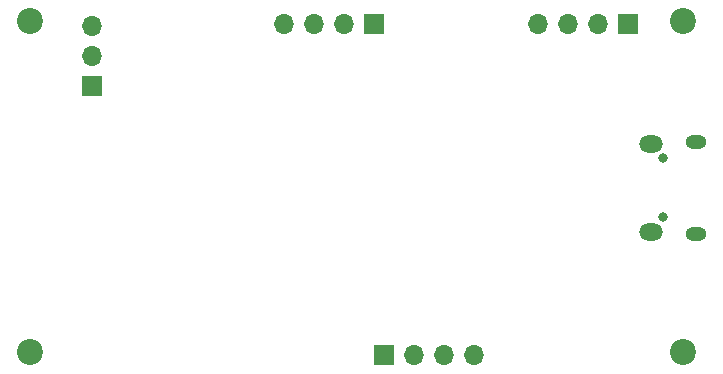
<source format=gbr>
%TF.GenerationSoftware,KiCad,Pcbnew,8.0.2-8.0.2-0~ubuntu22.04.1*%
%TF.CreationDate,2024-05-18T13:23:38+02:00*%
%TF.ProjectId,qclock,71636c6f-636b-42e6-9b69-6361645f7063,rev?*%
%TF.SameCoordinates,Original*%
%TF.FileFunction,Soldermask,Bot*%
%TF.FilePolarity,Negative*%
%FSLAX46Y46*%
G04 Gerber Fmt 4.6, Leading zero omitted, Abs format (unit mm)*
G04 Created by KiCad (PCBNEW 8.0.2-8.0.2-0~ubuntu22.04.1) date 2024-05-18 13:23:38*
%MOMM*%
%LPD*%
G01*
G04 APERTURE LIST*
%ADD10C,2.200000*%
%ADD11O,0.800000X0.800000*%
%ADD12O,1.800000X1.150000*%
%ADD13O,2.000000X1.450000*%
%ADD14R,1.700000X1.700000*%
%ADD15O,1.700000X1.700000*%
G04 APERTURE END LIST*
D10*
%TO.C,H2*%
X170750000Y-72000000D03*
%TD*%
D11*
%TO.C,J3*%
X169100000Y-88600000D03*
X169100000Y-83600000D03*
D12*
X171850000Y-89975000D03*
D13*
X168050000Y-89825000D03*
X168050000Y-82375000D03*
D12*
X171850000Y-82225000D03*
%TD*%
D14*
%TO.C,J1*%
X144620000Y-72250000D03*
D15*
X142080000Y-72250000D03*
X139540000Y-72250000D03*
X137000000Y-72250000D03*
%TD*%
D10*
%TO.C,H4*%
X115500000Y-100000000D03*
%TD*%
D14*
%TO.C,J5*%
X120750000Y-77500000D03*
D15*
X120750000Y-74960000D03*
X120750000Y-72420000D03*
%TD*%
D10*
%TO.C,H3*%
X115500000Y-72000000D03*
%TD*%
%TO.C,H1*%
X170750000Y-100000000D03*
%TD*%
D14*
%TO.C,J4*%
X145460000Y-100250000D03*
D15*
X148000000Y-100250000D03*
X150540000Y-100250000D03*
X153080000Y-100250000D03*
%TD*%
D14*
%TO.C,J2*%
X166080000Y-72250000D03*
D15*
X163540000Y-72250000D03*
X161000000Y-72250000D03*
X158460000Y-72250000D03*
%TD*%
M02*

</source>
